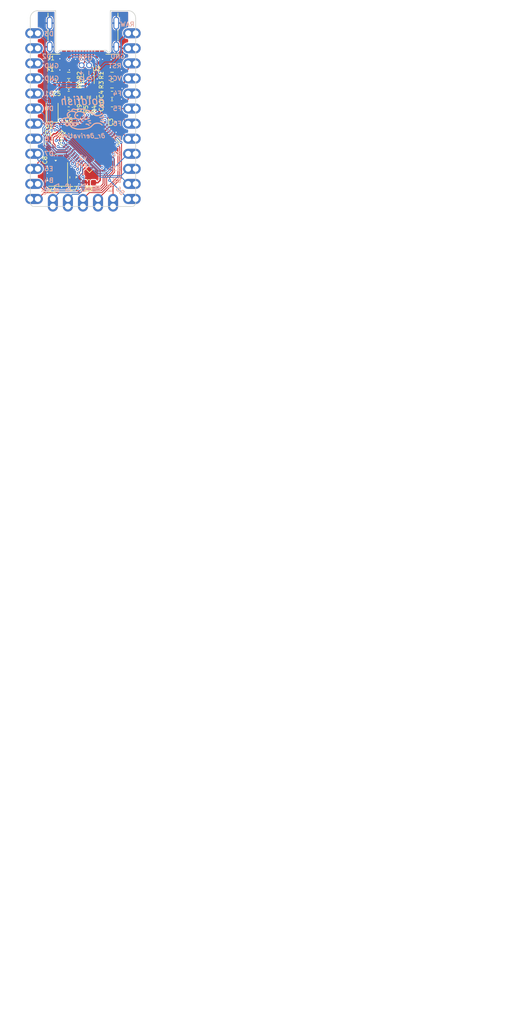
<source format=kicad_pcb>
(kicad_pcb (version 20211014) (generator pcbnew)
  (title_block (title "Goldfish v2") (date "2022-05-24") (rev "0"))
  (layers (0 "F.Cu" signal) (31 "B.Cu" signal) (34 "B.Paste" user) (35 "F.Paste" user) (36 "B.SilkS" user "B.Silkscreen") (37 "F.SilkS" user "F.Silkscreen") (38 "B.Mask" user) (39 "F.Mask" user) (44 "Edge.Cuts" user))
  (net 0 "")
  (net 1 "VCC")
  (net 2 "GND")
  (net 3 "VBUS")
  (net 4 "Net-(C7-Pad1)")
  (net 5 "Net-(C8-Pad1)")
  (net 6 "Net-(C9-Pad1)")
  (net 7 "Net-(C10-Pad1)")
  (net 8 "Net-(J1-PadA5)")
  (net 9 "/D+")
  (net 10 "/D-")
  (net 12 "Net-(J1-PadB5)")
  (net 14 "/RESET")
  (net 15 "/PF4")
  (net 16 "/PF5")
  (net 17 "/PF6")
  (net 18 "/PF7")
  (net 19 "/PB1")
  (net 20 "/PB3")
  (net 21 "/PB2")
  (net 22 "/PB6")
  (net 23 "/PB5")
  (net 24 "/PB4")
  (net 25 "/PE6")
  (net 26 "/PD7")
  (net 27 "/PC6")
  (net 28 "/PD4")
  (net 29 "/PD0")
  (net 30 "/PD1")
  (net 31 "/PD2")
  (net 32 "/PD3")
  (net 33 "/PF0")
  (net 34 "/PF1")
  (net 35 "/PC7")
  (net 36 "/PD5")
  (net 37 "/PB7")
  (net 38 "Net-(R4-Pad1)")
  (net 39 "/PD+")
  (net 42 "/PD-")
  (net 43 "Net-(R5-Pad2)")
  (net 44 "/RAW")
  (footprint "Resistor_SMD:R_0603_1608Metric" (layer "F.Cu") (at 31.8 38.1 90)
    (fp_text reference "R5")
    (fp_text value "22")
  )
  (footprint "Capacitor_SMD:C_0603_1608Metric" (layer "F.Cu") (at 24.2 45.9 -90)
    (fp_text reference "C1")
    (fp_text value "0u1")
  )
  (footprint "Resistor_SMD:R_0603_1608Metric" (layer "F.Cu") (at 27.6 34.4)
    (fp_text reference "R2")
    (fp_text value "5k1")
  )
  (footprint "Diode_SMD:D_PowerDI-123" (layer "F.Cu") (at 24.8 40.1 90)
    (fp_text reference "D1")
    (fp_text value "D_Schottky")
  )
  (footprint "Capacitor_SMD:C_0603_1608Metric" (layer "F.Cu") (at 27.6 37.6 180)
    (fp_text reference "C5")
    (fp_text value "0u1")
  )
  (footprint "Resistor_SMD:R_0603_1608Metric" (layer "F.Cu") (at 34.9 36)
    (fp_text reference "R3")
    (fp_text value "10k")
  )
  (footprint "Crystal:Crystal_SMD_SeikoEpson_FA238-4Pin_3.2x2.5mm" (layer "F.Cu") (at 25.8 51.1 90)
    (fp_text reference "X1")
    (fp_text value "16MHz")
  )
  (footprint "Molex 216990_GCT USB45xx_HRO TYPE-C-31-M-13x:Molex-216990_GCT-USB45xx_HRO-TYPE-C-31-M-13x" (layer "F.Cu") (at 30 23.49 180)
    (fp_text reference "J1")
    (fp_text value "USB_C_Receptacle_USB2.0")
    (fp_line (start -4.02 -6.7) (end 4.02 -6.7) (layer "Edge.Cuts") (width 0.12))
    (fp_line (start 4.62 0) (end 7.62 0) (layer "Edge.Cuts") (width 0.12))
    (fp_line (start 4.62 -6.7) (end 4.62 0) (layer "Edge.Cuts") (width 0.12))
    (fp_line (start -7.62 0) (end -4.62 0) (layer "Edge.Cuts") (width 0.12))
    (fp_line (start -4.62 0) (end -4.62 -6.7) (layer "Edge.Cuts") (width 0.12))
    (fp_arc (start 4.02 -6.7) (mid 4.32 -7) (end 4.62 -6.7) (layer "Edge.Cuts") (width 0.12))
    (fp_arc (start -4.62 -6.7) (mid -4.32 -7) (end -4.02 -6.7) (layer "Edge.Cuts") (width 0.12))
  )
  (footprint "Capacitor_SMD:C_0603_1608Metric" (layer "F.Cu") (at 25.4 48.2)
    (fp_text reference "C8")
    (fp_text value "22p")
  )
  (footprint "Package_DFN_QFN:QFN-44-1EP_7x7mm_P0.5mm_EP5.2x5.2mm" (layer "F.Cu") (at 31.1 45.7 -45)
    (fp_text reference "U1")
    (fp_text value "ATmega32U4-M")
  )
  (footprint "Goldfish Pins:Pins_x12_Castellated" (layer "F.Cu") (at 37.62 27.3)
    (fp_text reference "J3" hide)
    (fp_text value "Conn_01x12" hide)
  )
  (footprint "Capacitor_SMD:C_0603_1608Metric" (layer "F.Cu") (at 28.3 51.6 90)
    (fp_text reference "C7")
    (fp_text value "22p")
  )
  (footprint "Resistor_SMD:R_0603_1608Metric" (layer "F.Cu") (at 27.6 36 180)
    (fp_text reference "R6")
    (fp_text value "10k")
  )
  (footprint "Goldfish Pins:Pins_x05_Castellated" (layer "F.Cu") (at 35.08 55.24 -90)
    (fp_text reference "J5" hide)
    (fp_text value "Conn_01x05" hide)
  )
  (footprint "Fuse:Fuse_0805_2012Metric" (layer "F.Cu") (at 24.8 35.4 -90)
    (fp_text reference "F1")
    (fp_text value "500mA")
  )
  (footprint "Capacitor_SMD:C_0603_1608Metric" (layer "F.Cu") (at 31 52.5 180)
    (fp_text reference "C2")
    (fp_text value "0u1")
  )
  (footprint "Capacitor_SMD:C_0603_1608Metric" (layer "F.Cu") (at 35.8 42.3 90)
    (fp_text reference "C3")
    (fp_text value "0u1")
  )
  (footprint "Goldfish Pins:Pins_x12_Castellated" (layer "F.Cu") (at 22.38 55.24 180)
    (fp_text reference "J4" hide)
    (fp_text value "Conn_01x12" hide)
  )
  (footprint "Capacitor_SMD:C_0603_1608Metric" (layer "F.Cu") (at 34.9 37.6)
    (fp_text reference "C4")
    (fp_text value "0u1")
  )
  (footprint "Capacitor_SMD:C_0603_1608Metric" (layer "F.Cu") (at 27.6 39.2)
    (fp_text reference "C9")
    (fp_text value "1u")
  )
  (footprint "Package_TO_SOT_SMD:SOT-666" (layer "F.Cu") (at 31 35 -90)
    (fp_text reference "U2")
    (fp_text value "USBLC6-2P6")
  )
  (footprint "Capacitor_SMD:C_0603_1608Metric" (layer "F.Cu") (at 27.6 40.8)
    (fp_text reference "C6")
    (fp_text value "4u7")
  )
  (footprint "Resistor_SMD:R_0603_1608Metric" (layer "F.Cu") (at 34.9 34.4)
    (fp_text reference "R1")
    (fp_text value "5k1")
  )
  (footprint "Resistor_SMD:R_0603_1608Metric" (layer "F.Cu") (at 30.2 38.1 -90)
    (fp_text reference "R4")
    (fp_text value "22")
  )
  (footprint "Capacitor_SMD:C_0603_1608Metric" (layer "F.Cu") (at 34.9 39.2 180)
    (fp_text reference "C10")
    (fp_text value "0u1")
  )
  (footprint "Goldfish Pins:Pins_USB" (layer "F.Cu") (at 29.765 32.7 90)
    (fp_text reference "J2" hide)
    (fp_text value "Conn_01x02" hide)
  )
  (footprint "Goldfish Logo:Goldfish Silkscreen" (layer "B.Cu") (at 30 42 180)
    (fp_text reference "G***" hide)
    (fp_text value "LOGO" hide)
  )
  (gr_arc (start 38.89 55.875) (mid 38.704013 56.324013) (end 38.255 56.51) (layer "Edge.Cuts") (width 0.12))
  (gr_arc (start 21.11 24.76) (mid 21.481974 23.861974) (end 22.38 23.49) (layer "Edge.Cuts") (width 0.12))
  (gr_line (start 38.255 56.51) (end 21.745 56.51) (layer "Edge.Cuts") (width 0.12))
  (gr_line (start 38.89 24.76) (end 38.89 55.875) (layer "Edge.Cuts") (width 0.12))
  (gr_arc (start 37.62 23.49) (mid 38.518026 23.861974) (end 38.89 24.76) (layer "Edge.Cuts") (width 0.12))
  (gr_arc (start 21.745 56.51) (mid 21.295987 56.324013) (end 21.11 55.875) (layer "Edge.Cuts") (width 0.12))
  (gr_line (start 21.11 55.875) (end 21.11 24.76) (layer "Edge.Cuts") (width 0.12))
  (gr_text "D+" (at 29.75 33.4 270) (layer "B.SilkS") (effects (font (size 0.75 0.8)) (justify right mirror)))
  (gr_text "USB" (at 30.4 31.5) (layer "B.SilkS") (effects (font (size 0.75 0.8)) (justify mirror)))
  (gr_text "D0" (at 23.396 40) (layer "B.SilkS") (effects (font (size 0.75 0.8)) (justify right mirror)))
  (gr_text "VCC" (at 36.604 34.92) (layer "B.SilkS") (effects (font (size 0.75 0.8)) (justify left mirror)))
  (gr_text "B4" (at 23.396 52.1) (layer "B.SilkS") (effects (font (size 0.75 0.8)) (justify right mirror)))
  (gr_text "F7" (at 36.604 45.08) (layer "B.SilkS") (effects (font (size 0.75 0.8)) (justify left mirror)))
  (gr_text "F6" (at 36.604 42.54) (layer "B.SilkS") (effects (font (size 0.75 0.8)) (justify left mirror)))
  (gr_text "C7" (at 30 54.224 -90) (layer "B.SilkS") (effects (font (size 0.75 0.8)) (justify left mirror)))
  (gr_text "GND" (at 37.2 31.2) (layer "B.SilkS") (effects (font (size 0.75 0.8)) (justify left mirror)))
  (gr_text "B1" (at 36.604 47.62) (layer "B.SilkS") (effects (font (size 0.75 0.8)) (justify left mirror)))
  (gr_text "B5" (at 23.1 54.5 45) (layer "B.SilkS") (effects (font (size 0.75 0.8)) (justify right mirror)))
  (gr_text "GND" (at 23.396 32.8) (layer "B.SilkS") (effects (font (size 0.75 0.8)) (justify right mirror)))
  (gr_text "D3" (at 23.4 27.4) (layer "B.SilkS") (effects (font (size 0.75 0.8)) (justify right mirror)))
  (gr_text "D7" (at 23.396 47.62) (layer "B.SilkS") (effects (font (size 0.75 0.8)) (justify right mirror)))
  (gr_text "∂r_∂erivative" (at 30 44.6) (layer "B.SilkS") (effects (font (size 0.75 0.8) (thickness 0.15) italic) (justify mirror)))
  (gr_text "D4" (at 23.396 42.54) (layer "B.SilkS") (effects (font (size 0.75 0.8)) (justify right mirror)))
  (gr_text "goldfish" (at 30 38.7) (layer "B.SilkS") (effects (font (size 1.4 1.25) (thickness 0.2) italic) (justify mirror)))
  (gr_text "B6" (at 36.9 54.5 -45) (layer "B.SilkS") (effects (font (size 0.75 0.8)) (justify left mirror)))
  (gr_text "RAW" (at 37.5 25.8) (layer "B.SilkS") (effects (font (size 0.75 0.8)) (justify mirror)))
  (gr_text "D1" (at 23.396 37.46) (layer "B.SilkS") (effects (font (size 0.75 0.8)) (justify right mirror)))
  (gr_text "C6" (at 23.396 45.08) (layer "B.SilkS") (effects (font (size 0.75 0.8)) (justify right mirror)))
  (gr_text "RST" (at 36.604 32.8) (layer "B.SilkS") (effects (font (size 0.75 0.8)) (justify left mirror)))
  (gr_text "F4" (at 36.604 37.46) (layer "B.SilkS") (effects (font (size 0.75 0.8)) (justify left mirror)))
  (gr_text "B7" (at 25.5 54.224 -90) (layer "B.SilkS") (effects (font (size 0.75 0.8)) (justify left mirror)))
  (gr_text "F0" (at 34.5 54.224 -90) (layer "B.SilkS") (effects (font (size 0.75 0.8)) (justify left mirror)))
  (gr_text "D2" (at 23 31.2) (layer "B.SilkS") (effects (font (size 0.75 0.8)) (justify right mirror)))
  (gr_text "D-" (at 31.05 33.4 270) (layer "B.SilkS") (effects (font (size 0.75 0.8)) (justify right mirror)))
  (gr_text "B3" (at 36.604 50.16) (layer "B.SilkS") (effects (font (size 0.75 0.8)) (justify left mirror)))
  (gr_text "v2\nrev0" (at 30 48.89) (layer "B.SilkS") (effects (font (size 0.75 0.8)) (justify mirror)))
  (gr_text "GND" (at 23.396 34.92) (layer "B.SilkS") (effects (font (size 0.75 0.8)) (justify right mirror)))
  (gr_text "B2" (at 36.604 52.1) (layer "B.SilkS") (effects (font (size 0.75 0.8)) (justify left mirror)))
  (gr_text "E6" (at 23.396 50.16) (layer "B.SilkS") (effects (font (size 0.75 0.8)) (justify right mirror)))
  (gr_text "F1" (at 32.54 54.224 -90) (layer "B.SilkS") (effects (font (size 0.75 0.8)) (justify left mirror)))
  (gr_text "F5" (at 36.604 40) (layer "B.SilkS") (effects (font (size 0.75 0.8)) (justify left mirror)))
  (gr_text "D5" (at 27.46 54.224 -90) (layer "B.SilkS") (effects (font (size 0.75 0.8)) (justify left mirror)))
  (segment (start 36.124511 43.399511) (end 36.124511 44.275489) (width 0.25) (layer "F.Cu") (net 1))
  (segment (start 31.692202 41.572264) (end 32.1 41.164466) (width 0.25) (layer "F.Cu") (net 1))
  (segment (start 32.045755 49.474182) (end 32.045755 49.487527) (width 0.25) (layer "F.Cu") (net 1))
  (segment (start 26.2 42.8) (end 26.2 43) (width 0.25) (layer "F.Cu") (net 1))
  (segment (start 32.529114 49.970886) (end 32.982739 50.424511) (width 0.25) (layer "F.Cu") (net 1))
  (segment (start 27.679371 46.999309) (end 27.27868 47.4) (width 0.25) (layer "F.Cu") (net 1))
  (segment (start 33.675489 50.424511) (end 33.9 50.2) (width 0.25) (layer "F.Cu") (net 1))
  (segment (start 24.2 45.493573) (end 24.2 45.125) (width 0.25) (layer "F.Cu") (net 1))
  (segment (start 36.54 36) (end 37.62 34.92) (width 0.25) (layer "F.Cu") (net 1))
  (segment (start 32.982739 50.424511) (end 33.675489 50.424511) (width 0.25) (layer "F.Cu") (net 1))
  (segment (start 35.4 45.280062) (end 35.4 45.7) (width 0.25) (layer "F.Cu") (net 1))
  (segment (start 34.125 37.6) (end 35.725 36) (width 0.25) (layer "F.Cu") (net 1))
  (segment (start 26.2 43) (end 26.3 43.1) (width 0.25) (layer "F.Cu") (net 1))
  (segment (start 36.124511 44.275489) (end 35.8 44.6) (width 0.25) (layer "F.Cu") (net 1))
  (segment (start 32.5 52.5) (end 32.9 52.1) (width 0.25) (layer "F.Cu") (net 1))
  (segment (start 33.4 38.325) (end 34.125 37.6) (width 0.25) (layer "F.Cu") (net 1))
  (segment (start 33.4 39.86064) (end 32.1 41.16064) (width 0.25) (layer "F.Cu") (net 1))
  (segment (start 25.074519 44.250481) (end 25.410454 44.250481) (width 0.25) (layer "F.Cu") (net 1))
  (segment (start 35.735534 44.6) (end 35.8 44.6) (width 0.25) (layer "F.Cu") (net 1))
  (segment (start 31.775 52.5) (end 32.5 52.5) (width 0.25) (layer "F.Cu") (net 1))
  (segment (start 24.8 41.4) (end 26.2 42.8) (width 0.25) (layer "F.Cu") (net 1))
  (segment (start 31.692202 41.572264) (end 31.5 41.380062) (width 0.25) (layer "F.Cu") (net 1))
  (segment (start 24.94952 46.74952) (end 24.94952 46.243093) (width 0.25) (layer "F.Cu") (net 1))
  (segment (start 32.045755 49.487527) (end 32.529114 49.970886) (width 0.25) (layer "F.Cu") (net 1))
  (segment (start 24.2 45.125) (end 25.074519 44.250481) (width 0.25) (layer "F.Cu") (net 1))
  (segment (start 35.227736 45.107798) (end 35.735534 44.6) (width 0.25) (layer "F.Cu") (net 1))
  (segment (start 24.94952 46.243093) (end 24.2 45.493573) (width 0.25) (layer "F.Cu") (net 1))
  (segment (start 35.8 43.075) (end 36.124511 43.399511) (width 0.25) (layer "F.Cu") (net 1))
  (segment (start 25.6 47.4) (end 24.94952 46.74952) (width 0.25) (layer "F.Cu") (net 1))
  (segment (start 32.9 52.1) (end 32.9 50.341772) (width 0.25) (layer "F.Cu") (net 1))
  (segment (start 25.410454 44.250481) (end 26.2 43.460936) (width 0.25) (layer "F.Cu") (net 1))
  (segment (start 26.3 43.360935) (end 25.410454 44.250481) (width 0.25) (layer "F.Cu") (net 1))
  (segment (start 31.5 41.380062) (end 31.5 41) (width 0.25) (layer "F.Cu") (net 1))
  (segment (start 35.725 36) (end 36.54 36) (width 0.25) (layer "F.Cu") (net 1))
  (segment (start 35.227736 45.107798) (end 35.4 45.280062) (width 0.25) (layer "F.Cu") (net 1))
  (segment (start 24.8 40.95) (end 24.8 41.4) (width 0.25) (layer "F.Cu") (net 1))
  (segment (start 26.3 43.1) (end 26.3 43.360935) (width 0.25) (layer "F.Cu") (net 1))
  (segment (start 32.1 41.16064) (end 32.1 41.164466) (width 0.25) (layer "F.Cu") (net 1))
  (segment (start 27.27868 47.4) (end 25.6 47.4) (width 0.25) (layer "F.Cu") (net 1))
  (segment (start 33.4 39.86064) (end 33.4 38.325) (width 0.25) (layer "F.Cu") (net 1))
  (segment (start 32.9 50.341772) (end 32.529114 49.970886) (width 0.25) (layer "F.Cu") (net 1))
  (via (at 31.5 41) (size 0.5) (drill 0.2) (layers "F.Cu" "B.Cu") (net 1))
  (via (at 33.9 50.2) (size 0.5) (drill 0.2) (layers "F.Cu" "B.Cu") (net 1))
  (via (at 35.4 45.7) (size 0.5) (drill 0.2) (layers "F.Cu" "B.Cu") (net 1))
  (via (at 26.3 43.1) (size 0.5) (drill 0.2) (layers "F.Cu" "B.Cu") (net 1))
  (segment (start 26.5 43.3) (end 27.9 43.3) (width 0.25) (layer "B.Cu") (net 1))
  (segment (start 35.4 45.7) (end 33.9 47.2) (width 0.25) (layer "B.Cu") (net 1))
  (segment (start 31.5 41.8) (end 35.4 45.7) (width 0.25) (layer "B.Cu") (net 1))
  (segment (start 31.5 41) (end 31.5 41.8) (width 0.25) (layer "B.Cu") (net 1))
  (segment (start 26.5 43.3) (end 30 43.3) (width 0.25) (layer "B.Cu") (net 1))
  (segment (start 30 43.3) (end 31.5 41.8) (width 0.25) (layer "B.Cu") (net 1))
  (segment (start 33.9 49.3) (end 33.9 50.2) (width 0.25) (layer "B.Cu") (net 1))
  (segment (start 33.9 47.2) (end 33.9 50.2) (width 0.25) (layer "B.Cu") (net 1))
  (segment (start 26.3 43.1) (end 26.5 43.3) (width 0.25) (layer "B.Cu") (net 1))
  (segment (start 27.9 43.3) (end 33.9 49.3) (width 0.25) (layer "B.Cu") (net 1))
  (segment (start 24 52.1) (end 24 50.9) (width 0.25) (layer "F.Cu") (net 2))
  (segment (start 35.6 38.4) (end 36.5 38.4) (width 0.25) (layer "F.Cu") (net 2))
  (segment (start 25.4 48.2) (end 25.4 48.8) (width 0.25) (layer "F.Cu") (net 2))
  (segment (start 23.804031 47.795969) (end 24.2 47.4) (width 0.25) (layer "F.Cu") (net 2))
  (segment (start 31 51.8) (end 31 52.5) (width 0.25) (layer "F.Cu") (net 2))
  (segment (start 31.3 35) (end 31 34.7) (width 0.25) (layer "F.Cu") (net 2))
  (segment (start 34.635534 45.7) (end 31.1 45.7) (width 0.25) (layer "F.Cu") (net 2))
  (segment (start 26.825 36.875) (end 26.9 36.8) (width 0.25) (layer "F.Cu") (net 2))
  (segment (start 28.556427 53.3) (end 28.556427 53.299984) (width 0.25) (layer "F.Cu") (net 2))
  (segment (start 28.3 51.5) (end 28.4 51.6) (width 0.25) (layer "F.Cu") (net 2))
  (segment (start 34.125 39.2) (end 34.125 39.700646) (width 0.25) (layer "F.Cu") (net 2))
  (segment (start 34.1 31.1) (end 33.74 30.74) (width 0.25) (layer "F.Cu") (net 2))
  (segment (start 24 53.3) (end 24 52.1) (width 0.25) (layer "F.Cu") (net 2))
  (segment (start 35.8 33.6) (end 36.5 33.6) (width 0.25) (layer "F.Cu") (net 2))
  (segment (start 25.2 53.3) (end 26.4 53.3) (width 0.25) (layer "F.Cu") (net 2))
  (segment (start 24 53.3) (end 25.2 53.3) (width 0.25) (layer "F.Cu") (net 2))
  (segment (start 22.38 32.38) (end 23.48 32.38) (width 0.25) (layer "F.Cu") (net 2))
  (segment (start 35.2 31.1) (end 35.62 30.68) (width 0.25) (layer "F.Cu") (net 2))
  (segment (start 31 34.7) (end 31 34.075) (width 0.25) (layer "F.Cu") (net 2))
  (segment (start 32.4 35) (end 31.3 35) (width 0.25) (layer "F.Cu") (net 2))
  (segment (start 29.156411 52.7) (end 29.3 52.7) (width 0.25) (layer "F.Cu") (net 2))
  (segment (start 35.6 42.2255) (end 35.6 41.725) (width 0.25) (layer "F.Cu") (net 2))
  (segment (start 31.6 51.6) (end 31.2 51.6) (width 0.25) (layer "F.Cu") (net 2))
  (segment (start 28.375 40.8) (end 28.375 42.267893) (width 0.25) (layer "F.Cu") (net 2))
  (segment (start 34.75 31.75) (end 36.5 33.5) (width 0.25) (layer "F.Cu") (net 2))
  (segment (start 24.2 51.1) (end 24 50.9) (width 0.25) (layer "F.Cu") (net 2))
  (segment (start 24.38 29.59) (end 24.38 30.38) (width 0.25) (layer "F.Cu") (net 2))
  (segment (start 28.3 50.2) (end 28 49.9) (width 0.25) (layer "F.Cu") (net 2))
  (segment (start 36.5 33.5) (end 36.5 33.6) (width 0.25) (layer "F.Cu") (net 2))
  (segment (start 26.775 33.675) (end 26.8 33.65) (width 0.25) (layer "F.Cu") (net 2))
  (segment (start 35.725 33.675) (end 35.8 33.6) (width 0.25) (layer "F.Cu") (net 2))
  (segment (start 26.4 53.3) (end 27.6 53.3) (width 0.25) (layer "F.Cu") (net 2))
  (segment (start 26.8 35.2) (end 28.3 35.2) (width 0.25) (layer "F.Cu") (net 2))
  (segment (start 28.4 51.6) (end 28.9 51.6) (width 0.25) (layer "F.Cu") (net 2))
  (segment (start 27.7 33.5) (end 26.95 33.5) (width 0.25) (layer "F.Cu") (net 2))
  (segment (start 33.2 31.6) (end 33.3 31.7) (width 0.25) (layer "F.Cu") (net 2))
  (segment (start 33.74 30.74) (end 33.2 30.74) (width 0.25) (layer "F.Cu") (net 2))
  (segment (start 29.3 51.9) (end 28.95 51.55) (width 0.25) (layer "F.Cu") (net 2))
  (segment (start 34.125 39.2) (end 34.125 38.475) (width 0.25) (layer "F.Cu") (net 2))
  (segment (start 26.16 30.74) (end 26.8 30.74) (width 0.25) (layer "F.Cu") (net 2))
  (segment (start 26.825 37.6) (end 26.825 36.875) (width 0.25) (layer "F.Cu") (net 2))
  (segment (start 35.62 29.59) (end 36.49 29.59) (width 0.25) (layer "F.Cu") (net 2))
  (segment (start 25.9 31) (end 26.16 30.74) (width 0.25) (layer "F.Cu") (net 2))
  (segment (start 31.692202 49.827736) (end 32.3 50.435534) (width 0.25) (layer "F.Cu") (net 2))
  (segment (start 31.2 51.6) (end 31 51.8) (width 0.25) (layer "F.Cu") (net 2))
  (segment (start 24 48.9) (end 24 49.7) (width 0.25) (layer "F.Cu") (net 2))
  (segment (start 23.7 34.2) (end 23.7 34.7) (width 0.25) (layer "F.Cu") (net 2))
  (segment (start 23.48 32.38) (end 23.7 32.6) (width 0.25) (layer "F.Cu") (net 2))
  (segment (start 35.6 41.725) (end 35.8 41.525) (width 0.25) (layer "F.Cu") (net 2))
  (segment (start 26.9 36.8) (end 28.4 36.8) (width 0.25) (layer "F.Cu") (net 2))
  (segment (start 23.804031 48.495969) (end 23.804031 47.795969) (width 0.25) (layer "F.Cu") (net 2))
  (segment (start 28.032924 47.352862) (end 29.685786 45.7) (width 0.25) (layer "F.Cu") (net 2))
  (segment (start 24.38 29.59) (end 24.38 30.68) (width 0.25) (layer "F.Cu") (net 2))
  (segment (start 29.5 52.5) (end 29.3 52.7) (width 0.25) (layer "F.Cu") (net 2))
  (segment (start 28.375 38.475) (end 28.3 38.4) (width 0.25) (layer "F.Cu") (net 2))
  (segment (start 34.874182 44.754245) (end 35.6 44.028427) (width 0.25) (layer "F.Cu") (net 2))
  (segment (start 28.556427 53.299984) (end 29.156411 52.7) (width 0.25) (layer "F.Cu") (net 2))
  (segment (start 25.4 48.2) (end 25.4 47.793573) (width 0.25) (layer "F.Cu") (net 2))
  (segment (start 31.1 42.871573) (end 31.1 45.7) (width 0.25) (layer "F.Cu") (net 2))
  (segment (start 23.7 32.6) (end 23.7 34.2) (width 0.25) (layer "F.Cu") (net 2))
  (segment (start 34.2 38.4) (end 34.9 38.4) (width 0.25) (layer "F.Cu") (net 2))
  (segment (start 35.725 34.4) (end 35.725 33.675) (width 0.25) (layer "F.Cu") (net 2))
  (segment (start 32.3 50.9) (end 31.6 51.6) (width 0.25) (layer "F.Cu") (net 2))
  (segment (start 28.4 36.8) (end 28.425 36.775) (width 0.25) (layer "F.Cu") (net 2))
  (segment (start 28.032924 47.352862) (end 27.185786 48.2) (width 0.25) (layer "F.Cu") (net 2))
  (segment (start 26.6 51.1) (end 24.9 51.1) (width 0.25) (layer "F.Cu") (net 2))
  (segment (start 28.3 38.4) (end 26.9 38.4) (width 0.25) (layer "F.Cu") (net 2))
  (segment (start 36.5 29.6) (end 36.5 29.85) (width 0.25) (layer "F.Cu") (net 2))
  (segment (start 28.425 36.775) (end 28.425 36) (width 0.25) (layer "F.Cu") (net 2))
  (segment (start 34.874182 44.754245) (end 33.928427 45.7) (width 0.25) (layer "F.Cu") (net 2))
  (segment (start 24.9 51.1) (end 25 51.2) (width 0.25) (layer "F.Cu") (net 2))
  (segment (start 27.185786 48.2) (end 26.175 48.2) (width 0.25) (layer "F.Cu") (net 2))
  (segment (start 33.928427 45.7) (end 31.1 45.7) (width 0.25) (layer "F.Cu") (net 2))
  (segment (start 29.093585 42.986478) (end 31.1 44.992893) (width 0.25) (layer "F.Cu") (net 2))
  (segment (start 26.775 34.4) (end 26.775 35.175) (width 0.25) (layer "F.Cu") (net 2))
  (segment (start 35.7 38.3) (end 35.7 37.625) (width 0.25) (layer "F.Cu") (net 2))
  (segment (start 24 50.9) (end 24 49.7) (width 0.25) (layer "F.Cu") (net 2))
  (segment (start 26.9 38.4) (end 26.825 38.325) (width 0.25) (layer "F.Cu") (net 2))
  (segment (start 35.62 30.68) (end 35.62 29.59) (width 0.25) (layer "F.Cu") (net 2))
  (segment (start 23.62 32.38) (end 22.38 32.38) (width 0.25) (layer "F.Cu") (net 2))
  (segment (start 36.5 29.85) (end 37.61 29.85) (width 0.25) (layer "F.Cu") (net 2))
  (segment (start 28.3 35.2) (end 28.425 35.325) (width 0.25) (layer "F.Cu") (net 2))
  (segment (start 22.38 34.92) (end 23.48 34.92) (width 0.25) (layer "F.Cu") (net 2))
  (segment (start 29.3 52.2) (end 29.3 51.9) (width 0.25) (layer "F.Cu") (net 2))
  (segment (start 23.7 48.6) (end 23.804031 48.495969) (width 0.25) (layer "F.Cu") (net 2))
  (segment (start 31.692202 49.827736) (end 31.1 49.235534) (width 0.25) (layer "F.Cu") (net 2))
  (segment (start 28.375 42.267893) (end 29.093585 42.986478) (width 0.25) (layer "F.Cu") (net 2))
  (segment (start 35.7 37.625) (end 35.675 37.6) (width 0.25) (layer "F.Cu") (net 2))
  (segment (start 34.1 31.1) (end 35.2 31.1) (width 0.25) (layer "F.Cu") (net 2))
  (segment (start 23.7 48.6) (end 24 48.9) (width 0.25) (layer "F.Cu") (net 2))
  (segment (start 34.1 31.1) (end 34.75 31.75) (width 0.25) (layer "F.Cu") (net 2))
  (segment (start 31.1 49.235534) (end 31.1 45.7) (width 0.25) (layer "F.Cu") (net 2))
  (segment (start 35.6 44.028427) (end 35.6 44) (width 0.25) (layer "F.Cu") (net 2))
  (segment (start 24.9 51.1) (end 24.2 51.1) (width 0.25) (layer "F.Cu") (net 2))
  (segment (start 31.1 44.992893) (end 31.1 45.7) (width 0.25) (layer "F.Cu") (net 2))
  (segment (start 25.006427 47.4) (end 24.2 47.4) (width 0.25) (layer "F.Cu") (net 2))
  (segment (start 24.2 47.4) (end 24.2 46.675) (width 0.25) (layer "F.Cu") (net 2))
  (segment (start 23.48 34.92) (end 23.7 34.7) (width 0.25) (layer "F.Cu") (net 2))
  (segment (start 24.38 31.62) (end 23.62 32.38) (width 0.25) (layer "F.Cu") (net 2))
  (segment (start 29.685786 45.7) (end 31.1 45.7) (width 0.25) (layer "F.Cu") (net 2))
  (segment (start 26.775 35.175) (end 26.8 35.2) (width 0.25) (layer "F.Cu") (net 2))
  (segment (start 33.2 30.74) (end 33.2 31.6) (width 0.25) (layer "F.Cu") (net 2))
  (segment (start 27.7 33.5) (end 27.6 33.6) (width 0.25) (layer "F.Cu") (net 2))
  (segment (start 31 52.5) (end 30.225 52.5) (width 0.25) (layer "F.Cu") (net 2))
  (segment (start 28.375 39.2) (end 28.375 38.475) (width 0.25) (layer "F.Cu") (net 2))
  (segment (start 32.435787 41.535787) (end 32.045755 41.925818) (width 0.25) (layer "F.Cu") (net 2))
  (segment (start 24.38 30.68) (end 24.38 31.62) (width 0.25) (layer "F.Cu") (net 2))
  (segment (start 25 51.2) (end 25 52.2) (width 0.25) (layer "F.Cu") (net 2))
  (segment (start 28.3 50.825) (end 28.3 50.2) (width 0.25) (layer "F.Cu") (net 2))
  (segment (start 28.425 35.325) (end 28.425 36) (width 0.25) (layer "F.Cu") (net 2))
  (segment (start 26.95 33.5) (end 26.775 33.675) (width 0.25) (layer "F.Cu") (net 2))
  (segment (start 25.4 47.793573) (end 25.006427 47.4) (width 0.25) (layer "F.Cu") (net 2))
  (segment (start 26.175 48.2) (end 25.4 48.2) (width 0.25) (layer "F.Cu") (net 2))
  (segment (start 29.3 52.2) (end 29.3 52.7) (width 0.25) (layer "F.Cu") (net 2))
  (segment (start 32.045755 41.925818) (end 31.1 42.871573) (width 0.25) (layer "F.Cu") (net 2))
  (segment (start 32.435787 41.389859) (end 32.435787 41.535787) (width 0.25) (layer "F.Cu") (net 2))
  (segment (start 24.38 30.68) (end 24.7 31) (width 0.25) (layer "F.Cu") (net 2))
  (segment (start 28.3 50.825) (end 28.3 51.5) (width 0.25) (layer "F.Cu") (net 2))
  (segment (start 26.6 50) (end 26.6 51.1) (width 0.25) (layer "F.Cu") (net 2))
  (segment (start 28.375 40.8) (end 28.375 39.2) (width 0.25) (layer "F.Cu") (net 2))
  (segment (start 28.9 51.6) (end 28.95 51.55) (width 0.25) (layer "F.Cu") (net 2))
  (segment (start 36.49 29.59) (end 36.5 29.6) (width 0.25) (layer "F.Cu") (net 2))
  (segment (start 37.61 29.85) (end 37.62 29.84) (width 0.25) (layer "F.Cu") (net 2))
  (segment (start 34.125 38.475) (end 34.2 38.4) (width 0.25) (layer "F.Cu") (net 2))
  (segment (start 35.6 38.4) (end 35.7 38.3) (width 0.25) (layer "F.Cu") (net 2))
  (segment (start 34.9 38.4) (end 35.6 38.4) (width 0.25) (layer "F.Cu") (net 2))
  (segment (start 35.227736 46.292202) (end 34.635534 45.7) (width 0.25) (layer "F.Cu") (net 2))
  (segment (start 27.6 33.6) (end 27.6 35.2) (width 0.25) (layer "F.Cu") (net 2))
  (segment (start 26.825 38.325) (end 26.825 37.6) (width 0.25) (layer "F.Cu") (net 2))
  (segment (start 27.6 53.3) (end 28.556427 53.3) (width 0.25) (layer "F.Cu") (net 2))
  (segment (start 30.225 52.5) (end 29.5 52.5) (width 0.25) (layer "F.Cu") (net 2))
  (segment (start 34.125 39.700646) (end 32.435787 41.389859) (width 0.25) (layer "F.Cu") (net 2))
  (segment (start 24.7 31) (end 25.9 31) (width 0.25) (layer "F.Cu") (net 2))
  (segment (start 26.775 34.4) (end 26.775 33.675) (width 0.25) (layer "F.Cu") (net 2))
  (segment (start 32.3 50.435534) (end 32.3 50.9) (width 0.25) (layer "F.Cu") (net 2))
  (segment (start 26.8 33.65) (end 26.8 30.74) (width 0.25) (layer "F.Cu") (net 2))
  (via (at 26.1 33.5) (size 0.5) (drill 0.2) (layers "F.Cu" "B.Cu") (net 2))
  (via (at 26.4 53.3) (size 0.5) (drill 0.2) (layers "F.Cu" "B.Cu") (net 2))
  (via (at 24 52.1) (size 0.5) (drill 0.2) (layers "F.Cu" "B.Cu") (net 2))
  (via (at 24 50.9) (size 0.5) (drill 0.2) (layers "F.Cu" "B.Cu") (net 2))
  (via (at 26.1 31.6) (size 0.5) (drill 0.2) (layers "F.Cu" "B.Cu") (net 2))
  (via (at 34.6 33.1) (size 0.5) (drill 0.2) (layers "F.Cu" "B.Cu") (net 2))
  (via (at 24.3 33.5) (size 0.5) (drill 0.2) (layers "F.Cu" "B.Cu") (net 2))
  (via (at 29.2 40.1) (size 0.5) (drill 0.2) (layers "F.Cu" "B.Cu") (net 2))
  (via (at 35.6 44) (size 0.5) (drill 0.2) (layers "F.Cu" "B.Cu") (net 2))
  (via (at 24 53.3) (size 0.5) (drill 0.2) (layers "F.Cu" "B.Cu") (net 2))
  (via (at 24 49.7) (size 0.5) (drill 0.2) (layers "F.Cu" "B.Cu") (net 2))
  (via (at 27.7 33.5) (size 0.5) (drill 0.2) (layers "F.Cu" "B.Cu") (net 2))
  (via (at 28.75 31.7) (size 0.5) (drill 0.2) (layers "F.Cu" "B.Cu") (net 2))
  (via (at 36.6 36.6) (size 0.5) (drill 0.2) (layers "F.Cu" "B.Cu") (net 2))
  (via (at 23.7 48.6) (size 0.5) (drill 0.2) (layers "F.Cu" "B.Cu") (net 2))
  (via (at 33.3 31.7) (size 0.5) (drill 0.2) (layers "F.Cu" "B.Cu") (net 2))
  (via (at 34.75 31.75) (size 0.5) (drill 0.2) (layers "F.Cu" "B.Cu") (net 2))
  (via (at 28.95 51.55) (size 0.5) (drill 0.2) (layers "F.Cu" "B.Cu") (net 2))
  (via (at 29.3 38.6) (size 0.5) (drill 0.2) (layers "F.Cu" "B.Cu") (net 2))
  (via (at 25.2 53.3) (size 0.5) (drill 0.2) (layers "F.Cu" "B.Cu") (net 2))
  (via (at 33 33.9) (size 0.5) (drill 0.2) (layers "F.Cu" "B.Cu") (net 2))
  (via (at 34.9 38.4) (size 0.5) (drill 0.2) (layers "F.Cu" "B.Cu") (net 2))
  (via (at 28 49.9) (size 0.5) (drill 0.2) (layers "F.Cu" "B.Cu") (net 2))
  (via (at 27.6 35.2) (size 0.5) (drill 0.2) (layers "F.Cu" "B.Cu") (net 2))
  (via (at 32.4 35) (size 0.5) (drill 0.2) (layers "F.Cu" "B.Cu") (net 2))
  (via (at 36.5 33.6) (size 0.5) (drill 0.2) (layers "F.Cu" "B.Cu") (net 2))
  (via (at 27.6 53.3) (size 0.5) (drill 0.2) (layers "F.Cu" "B.Cu") (net 2))
  (via (at 35.6 42.2255) (size 0.5) (drill 0.2) (layers "F.Cu" "B.Cu") (net 2))
  (via (at 27.6 36.8) (size 0.5) (drill 0.2) (layers "F.Cu" "B.Cu") (net 2))
  (via (at 37 31.1) (size 0.5) (drill 0.2) (layers "F.Cu" "B.Cu") (net 2))
  (via (at 24.38 31.62) (size 0.5) (drill 0.2) (layers "F.Cu" "B.Cu") (net 2))
  (via (at 25.4 48.8) (size 0.5) (drill 0.2) (layers "F.Cu" "B.Cu") (net 2))
  (via (at 27.6 38.4) (size 0.5) (drill 0.2) (layers "F.Cu" "B.Cu") (net 2))
  (via (at 36.5 38.4) (size 0.5) (drill 0.2) (layers "F.Cu" "B.Cu") (net 2))
  (via (at 29.3 52.7) (size 0.5) (drill 0.2) (layers "F.Cu" "B.Cu") (net 2))
  (segment (start 35.6 44) (end 35.6 42.2255) (width 0.25) (layer "B.Cu") (net 2))
  (segment (start 27.7 33.5) (end 27.3 33.5) (width 0.25) (layer "B.Cu") (net 2))
  (segment (start 27.6 38.4) (end 27.6 36.8) (width 0.25) (layer "B.Cu") (net 2))
  (segment (start 27.6 33.9) (end 27.6 35.2) (width 0.25) (layer "B.Cu") (net 2))
  (segment (start 35.6 39.3) (end 35.6 42.2255) (width 0.25) (layer "B.Cu") (net 2))
  (segment (start 32.4 35) (end 32.4 35.9) (width 0.25) (layer "B.Cu") (net 2))
  (segment (start 26.7 31.7) (end 27.7 30.7) (width 0.25) (layer "B.Cu") (net 2))
  (segment (start 35.62 29.59) (end 35.62 25.59) (width 0.25) (layer "B.Cu") (net 2))
  (segment (start 36.5 38.4) (end 35.6 39.3) (width 0.25) (layer "B.Cu") (net 2))
  (segment (start 32.4 35) (end 30.6 36.8) (width 0.25) (layer "B.Cu") (net 2))
  (segment (start 27.3 33.5) (end 26.7 32.9) (width 0.25) (layer "B.Cu") (net 2))
  (segment (start 32.4 35.9) (end 34.9 38.4) (width 0.25) (layer "B.Cu") (net 2))
  (segment (start 27.6 33.5) (end 27.7 33.5) (width 0.25) (layer "B.Cu") (net 2))
  (segment (start 35.6 39.1) (end 35.6 39.3) (width 0.25) (layer "B.Cu") (net 2))
  (segment (start 30.6 36.8) (end 27.6 36.8) (width 0.25) (layer "B.Cu") (net 2))
  (segment (start 27.6 33.5) (end 27.6 33.9) (width 0.25) (layer "B.Cu") (net 2))
  (segment (start 27.6 33.5) (end 27.3 33.5) (width 0.25) (layer "B.Cu") (net 2))
  (segment (start 35.6 39.3) (end 35.6 34.5) (width 0.25) (layer "B.Cu") (net 2))
  (segment (start 27.7 30.7) (end 32.3 30.7) (width 0.25) (layer "B.Cu") (net 2))
  (segment (start 35.6 34.5) (end 36.5 33.6) (width 0.25) (layer "B.Cu") (net 2))
  (segment (start 27.7 33.5) (end 27.6 33.6) (width 0.25) (layer "B.Cu") (net 2))
  (segment (start 34.9 38.4) (end 35.6 39.1) (width 0.25) (layer "B.Cu") (net 2))
  (segment (start 32.3 30.7) (end 33.3 31.7) (width 0.25) (layer "B.Cu") (net 2))
  (segment (start 24.38 29.59) (end 24.38 25.59) (width 0.25) (layer "B.Cu") (net 2))
  (segment (start 27.6 33.6) (end 27.6 33.9) (width 0.25) (layer "B.Cu") (net 2))
  (segment (start 26.7 32.9) (end 26.7 31.7) (width 0.25) (layer "B.Cu") (net 2))
  (segment (start 27.6 36.8) (end 29.8 36.8) (width 0.25) (layer "B.Cu") (net 2))
  (segment (start 29.4 35.6) (end 30 35) (width 0.25) (layer "F.Cu") (net 3))
  (segment (start 32.4 31.7) (end 32.4 30.74) (width 0.25) (layer "F.Cu") (net 3))
  (segment (start 30.154245 41.925818) (end 29.790708 41.562281) (width 0.25) (layer "F.Cu") (net 3))
  (segment (start 30.5 35) (end 30.7 35) (width 0.25) (layer "F.Cu") (net 3))
  (segment (start 24.8 35.4) (end 24.8 34.4625) (width 0.25) (layer "F.Cu") (net 3))
  (segment (start 26 36.775) (end 26.775 36) (width 0.25) (layer "F.Cu") (net 3))
  (segment (start 26.825 40.8) (end 26.825 42.132107) (width 0.25) (layer "F.Cu") (net 3))
  (segment (start 31.059154 40.540846) (end 31.7 39.9) (width 0.25) (layer "F.Cu") (net 3))
  (segment (start 32.2 38.1) (end 29.5 38.1) (width 0.25) (layer "F.Cu") (net 3))
  (segment (start 29.1 36.225978) (end 29.1 37.7) (width 0.25) (layer "F.Cu") (net 3))
  (segment (start 30.7 35) (end 31 35.3) (width 0.25) (layer "F.Cu") (net 3))
  (segment (start 29.1 37.7) (end 29.5 38.1) (width 0.25) (layer "F.Cu") (net 3))
  (segment (start 29.790708 41.562281) (end 29.790708 41.140984) (width 0.25) (layer "F.Cu") (net 3))
  (segment (start 30.5 35) (end 30.325978 35) (width 0.25) (layer "F.Cu") (net 3))
  (segment (start 29.790708 41.140984) (end 30.390846 40.540846) (width 0.25) (layer "F.Cu") (net 3))
  (segment (start 32.6 38.5) (end 32.2 38.1) (width 0.25) (layer "F.Cu") (net 3))
  (segment (start 26 36.775) (end 26 36) (width 0.25) (layer "F.Cu") (net 3))
  (segment (start 25.4 35.4) (end 25.77452 35.77452) (width 0.25) (layer "F.Cu") (net 3))
  (segment (start 30.390846 40.540846) (end 31.059154 40.540846) (width 0.25) (layer "F.Cu") (net 3))
  (segment (start 30 35) (end 30.325978 35) (width 0.25) (layer "F.Cu") (net 3))
  (segment (start 29.1 35.9) (end 29.1 36.225978) (width 0.25) (layer "F.Cu") (net 3))
  (segment (start 31.7 39.9) (end 32.2 39.9) (width 0.25) (layer "F.Cu") (net 3))
  (segment (start 29 37.6) (end 29.5 38.1) (width 0.25) (layer "F.Cu") (net 3))
  (segment (start 26 39.975) (end 26 36.775) (width 0.25) (layer "F.Cu") (net 3))
  (segment (start 31 35.3) (end 31 35.925) (width 0.25) (layer "F.Cu") (net 3))
  (segment (start 32.6 39.5) (end 32.6 38.5) (width 0.25) (layer "F.Cu") (net 3))
  (segment (start 25.4 35.4) (end 24.8 35.4) (width 0.25) (layer "F.Cu") (net 3))
  (segment (start 26 36) (end 25.77452 35.77452) (width 0.25) (layer "F.Cu") (net 3))
  (segment (start 27.6 30.74) (end 27.6 31.7) (width 0.25) (layer "F.Cu") (net 3))
  (segment (start 28.375 37.6) (end 29 37.6) (width 0.25) (layer "F.Cu") (net 3))
  (segment (start 28.386478 43.693585) (end 27.025 42.332107) (width 0.25) (layer "F.Cu") (net 3))
  (segment (start 29.4 35.6) (end 29.1 35.9) (width 0.25) (layer "F.Cu") (net 3))
  (segment (start 26.825 40.8) (end 26 39.975) (width 0.25) (layer "F.Cu") (net 3))
  (segment (start 32.2 39.9) (end 32.6 39.5) (width 0.25) (layer "F.Cu") (net 3))
  (segment (start 26.825 42.132107) (end 27.025 42.332107) (width 0.25) (layer "F.Cu") (net 3))
  (via (at 24.8 35.4) (size 0.5) (drill 0.2) (layers "F.Cu" "B.Cu") (net 3))
  (via (at 32.4 31.7) (size 0.5) (drill 0.2) (layers "F.Cu" "B.Cu") (net 3))
  (via (at 29.4 35.6) (size 0.5) (drill 0.2) (layers "F.Cu" "B.Cu") (net 3))
  (via (at 27.6 31.7) (size 0.5) (drill 0.2) (layers "F.Cu" "B.Cu") (net 3))
  (segment (start 32 34) (end 30.4 35.6) (width 0.25) (layer "B.Cu") (net 3))
  (segment (start 32.4 33.1) (end 32 33.5) (width 0.25) (layer "B.Cu") (net 3))
  (segment (start 31.8 31.1) (end 28.2 31.1) (width 0.25) (layer "B.Cu") (net 3))
  (segment (start 29.19952 35.80048) (end 25.20048 35.80048) (width 0.25) (layer "B.Cu") (net 3))
  (segment (start 32 33.5) (end 32 34) (width 0.25) (layer "B.Cu") (net 3))
  (segment (start 28.2 31.1) (end 27.6 31.7) (width 0.25) (layer "B.Cu") (net 3))
  (segment (start 30.4 35.6) (end 29.4 35.6) (width 0.25) (layer "B.Cu") (net 3))
  (segment (start 32.4 31.7) (end 31.8 31.1) (width 0.25) (layer "B.Cu") (net 3))
  (segment (start 29.4 35.6) (end 29.19952 35.80048) (width 0.25) (layer "B.Cu") (net 3))
  (segment (start 25.20048 35.80048) (end 24.8 35.4) (width 0.25) (layer "B.Cu") (net 3))
  (segment (start 32.4 31.7) (end 32.4 33.1) (width 0.25) (layer "B.Cu") (net 3))
  (segment (start 27.5 49.3) (end 28.740031 48.059969) (width 0.15) (layer "F.Cu") (net 4))
  (segment (start 27.5 51.2) (end 27.5 49.3) (width 0.15) (layer "F.Cu") (net 4))
  (segment (start 26.775 52.375) (end 26.6 52.2) (width 0.15) (layer "F.Cu") (net 4))
  (segment (start 26.6 52.2) (end 26.6 52.1) (width 0.15) (layer "F.Cu") (net 4))
  (segment (start 28.3 52.375) (end 26.775 52.375) (width 0.15) (layer "F.Cu") (net 4))
  (segment (start 26.6 52.1) (end 27.5 51.2) (width 0.15) (layer "F.Cu") (net 4))
  (segment (start 25 50) (end 25 49.9) (width 0.15) (layer "F.Cu") (net 5))
  (segment (start 24.625 49.625) (end 25 50) (width 0.15) (layer "F.Cu") (net 5))
  (segment (start 24.625 48.2) (end 24.625 49.625) (width 0.15) (layer "F.Cu") (net 5))
  (segment (start 25 49.9) (end 25.9 49) (width 0.15) (layer "F.Cu") (net 5))
  (segment (start 27.092893 49) (end 28.386478 47.706415) (width 0.15) (layer "F.Cu") (net 5))
  (segment (start 25.9 49) (end 27.092893 49) (width 0.15) (layer "F.Cu") (net 5))
  (segment (start 28.740031 43.340031) (end 27.6 42.2) (width 0.15) (layer "F.Cu") (net 6))
  (segment (start 27.6 40.464283) (end 26.825 39.689283) (width 0.15) (layer "F.Cu") (net 6))
  (segment (start 26.825 39.689283) (end 26.825 39.2) (width 0.15) (layer "F.Cu") (net 6))
  (segment (start 27.6 42.2) (end 27.6 40.464283) (width 0.15) (layer "F.Cu") (net 6))
  (segment (start 34.609969 39.909971) (end 35.319939 39.2) (width 0.15) (layer "F.Cu") (net 7))
  (segment (start 35.319939 39.2) (end 35.675 39.2) (width 0.15) (layer "F.Cu") (net 7))
  (segment (start 34.409971 39.909971) (end 34.609969 39.909971) (width 0.15) (layer "F.Cu") (net 7))
  (segment (start 32.859971 41.818709) (end 32.859971 41.459971) (width 0.15) (layer "F.Cu") (net 7))
  (segment (start 32.399309 42.279371) (end 32.859971 41.818709) (width 0.15) (layer "F.Cu") (net 7))
  (segment (start 32.859971 41.459971) (end 34.409971 39.909971) (width 0.15) (layer "F.Cu") (net 7))
  (segment (start 31.25 31.55) (end 32.5 32.8) (width 0.15) (layer "F.Cu") (net 8))
  (segment (start 32.5 34.1) (end 32.8 34.4) (width 0.15) (layer "F.Cu") (net 8))
  (segment (start 32.8 34.4) (end 34.075 34.4) (width 0.15) (layer "F.Cu") (net 8))
  (segment (start 32.5 32.8) (end 32.5 34.1) (width 0.15) (layer "F.Cu") (net 8))
  (segment (start 31.25 30.74) (end 31.25 31.55) (width 0.15) (layer "F.Cu") (net 8))
  (segment (start 30.4625 33.3975) (end 29.765 32.7) (width 0.15) (layer "F.Cu") (net 9))
  (segment (start 29.25 32.185) (end 29.765 32.7) (width 0.15) (layer "F.Cu") (net 9))
  (segment (start 29.25 30.74) (end 29.25 32.185) (width 0.15) (layer "F.Cu") (net 9))
  (segment (start 30.4625 34.15) (end 30.4625 33.3975) (width 0.15) (layer "F.Cu") (net 9))
  (segment (start 30.25 32.215) (end 29.765 32.7) (width 0.15) (layer "F.Cu") (net 9))
  (segment (start 30.25 30.74) (end 30.25 32.215) (width 0.15) (layer "F.Cu") (net 9))
  (segment (start 31.5375 34.15) (end 31.5375 33.2025) (width 0.15) (layer "F.Cu") (net 10))
  (segment (start 30.75 30.74) (end 30.75 31.75) (width 0.15) (layer "F.Cu") (net 10))
  (segment (start 31.5375 33.2025) (end 31.035 32.7) (width 0.15) (layer "F.Cu") (net 10))
  (segment (start 29.75 30.74) (end 29.75 31.7) (width 0.15) (layer "F.Cu") (net 10))
  (segment (start 30.75 31.75) (end 31.035 32.035) (width 0.15) (layer "F.Cu") (net 10))
  (segment (start 31.035 32.035) (end 31.035 32.7) (width 0.15) (layer "F.Cu") (net 10))
  (via (at 29.75 31.7) (size 0.5) (drill 0.2) (layers "F.Cu" "B.Cu") (net 10))
  (segment (start 30.035 31.7) (end 31.035 32.7) (width 0.15) (layer "B.Cu") (net 10))
  (segment (start 29.75 31.7) (end 30.035 31.7) (width 0.15) (layer "B.Cu") (net 10))
  (segment (start 28.25 33.55) (end 28.425 33.725) (width 0.15) (layer "F.Cu") (net 12))
  (segment (start 28.425 33.725) (end 28.425 34.4) (width 0.15) (layer "F.Cu") (net 12))
  (segment (start 28.25 30.74) (end 28.25 33.55) (width 0.15) (layer "F.Cu") (net 12))
  (segment (start 26.8 42.9) (end 26.8 43.355232) (width 0.15) (layer "F.Cu") (net 14))
  (segment (start 33 37.1) (end 34.075 36.025) (width 0.15) (layer "F.Cu") (net 14))
  (segment (start 26.971573 47) (end 25.7 47) (width 0.15) (layer "F.Cu") (net 14))
  (segment (start 34.875 35.2) (end 36 35.2) (width 0.15) (layer "F.Cu") (net 14))
  (segment (start 25 45.799277) (end 25.299039 46.098316) (width 0.15) (layer "F.Cu") (net 14))
  (segment (start 25.30345 44.625489) (end 25 44.928939) (width 0.15) (layer "F.Cu") (net 14))
  (segment (start 34.075 36) (end 34.875 35.2) (width 0.15) (layer "F.Cu") (net 14))
  (segment (start 37.62 33.400411) (end 37.62 32.38) (width 0.15) (layer "F.Cu") (net 14))
  (segment (start 25.299039 46.6) (end 25.299039 46.098316) (width 0.15) (layer "F.Cu") (net 14))
  (segment (start 33 39.7) (end 33 37.1) (width 0.15) (layer "F.Cu") (net 14))
  (segment (start 26.8 43.355232) (end 25.529742 44.625489) (width 0.15) (layer "F.Cu") (net 14))
  (segment (start 26.2 42) (end 26.2 42.3) (width 0.15) (layer "F.Cu") (net 14))
  (segment (start 36.100361 35.1) (end 36.4 34.800361) (width 0.15) (layer "F.Cu") (net 14))
  (segment (start 34.075 36.025) (end 34.075 36) (width 0.15) (layer "F.Cu") (net 14))
  (segment (start 26.2 42.3) (end 26.8 42.9) (width 0.15) (layer "F.Cu") (net 14))
  (segment (start 27.325818 46.645755) (end 26.971573 47) (width 0.15) (layer "F.Cu") (net 14))
  (segment (start 25.299039 46.098316) (end 25.000361 45.799638) (width 0.15) (layer "F.Cu") (net 14))
  (segment (start 25 44.928939) (end 25 45.799277) (width 0.15) (layer "F.Cu") (net 14))
  (segment (start 32.207176 40.492824) (end 33 39.7) (width 0.15) (layer "F.Cu") (net 14))
  (segment (start 36.1 35.1) (end 36.100361 35.1) (width 0.15) (layer "F.Cu") (net 14))
  (segment (start 36.4 34.620411) (end 37.62 33.400411) (width 0.15) (layer "F.Cu") (net 14))
  (segment (start 25.529742 44.625489) (end 25.30345 44.625489) (width 0.15) (layer "F.Cu") (net 14))
  (segment (start 36.4 34.800361) (end 36.4 34.620411) (width 0.15) (layer "F.Cu") (net 14))
  (segment (start 31.905741 40.492824) (end 32.207176 40.492824) (width 0.15) (layer "F.Cu") (net 14))
  (segment (start 36 35.2) (end 36.1 35.1) (width 0.15) (layer "F.Cu") (net 14))
  (segment (start 25.7 47) (end 25.299039 46.6) (width 0.15) (layer "F.Cu") (net 14))
  (via (at 31.905741 40.492824) (size 0.5) (drill 0.2) (layers "F.Cu" "B.Cu") (net 14))
  (via (at 26.2 42) (size 0.5) (drill 0.2) (layers "F.Cu" "B.Cu") (net 14))
  (segment (start 30.3 41.176414) (end 30.3 40.9) (width 0.15) (layer "B.Cu") (net 14))
  (segment (start 30.707176 40.492824) (end 31.905741 40.492824) (width 0.15) (layer "B.Cu") (net 14))
  (segment (start 29.276414 42.2) (end 30.3 41.176414) (width 0.15) (layer "B.Cu") (net 14))
  (segment (start 26.2 42) (end 26.4 42.2) (width 0.15) (layer "B.Cu") (net 14))
  (segment (start 30.3 40.9) (end 30.707176 40.492824) (width 0.15) (layer "B.Cu") (net 14))
  (segment (start 26.4 42.2) (end 29.276414 42.2) (width 0.15) (layer "B.Cu") (net 14))
  (segment (start 34.2 42.6) (end 33.459969 43.340031) (width 0.15) (layer "F.Cu") (net 15))
  (segment (start 35.043045 39.90048) (end 34.2 40.743525) (width 0.15) (layer "F.Cu") (net 15))
  (segment (start 37.62 37.46) (end 37.62 38.48) (width 0.15) (layer "F.Cu") (net 15))
  (segment (start 37.62 38.48) (end 36.19952 39.90048) (width 0.15) (layer "F.Cu") (net 15))
  (segment (start 34.2 40.743525) (end 34.2 42.6) (width 0.15) (layer "F.Cu") (net 15))
  (segment (start 36.19952 39.90048) (end 35.043045 39.90048) (width 0.15) (layer "F.Cu") (net 15))
  (segment (start 36.323586 40.2) (end 35.167111 40.2) (width 0.15) (layer "F.Cu") (net 16))
  (segment (start 34.50048 43.006627) (end 33.813522 43.693585) (width 0.15) (layer "F.Cu") (net 16))
  (segment (start 37.62 40) (end 36.523586 40) (width 0.15) (layer "F.Cu") (net 16))
  (segment (start 36.523586 40) (end 36.323586 40.2) (width 0.15) (layer "F.Cu") (net 16))
  (segment (start 34.50096 40.866151) (end 34.50096 42.3) (width 0.15) (layer "F.Cu") (net 16))
  (segment (start 34.50048 42.30048) (end 34.50048 43.006627) (width 0.15) (layer "F.Cu") (net 16))
  (segment (start 35.167111 40.2) (end 34.50096 40.866151) (width 0.15) (layer "F.Cu") (net 16))
  (segment (start 34.50096 42.3) (end 34.50048 42.30048) (width 0.15) (layer "F.Cu") (net 16))
  (segment (start 35.290217 40.50048) (end 34.80048 40.990217) (width 0.15) (layer "F.Cu") (net 17))
  (segment (start 37.62 42.54) (end 36.8 41.72) (width 0.15) (layer "F.Cu") (net 17))
  (segment (start 34.80048 40.990217) (end 34.80048 43.413734) (width 0.15) (layer "F.Cu") (net 17))
  (segment (start 36.8 40.990697) (end 36.309782 40.50048) (width 0.15) (layer "F.Cu") (net 17))
  (segment (start 34.80048 43.413734) (end 34.167076 44.047138) (width 0.15) (layer "F.Cu") (net 17))
  (segment (start 36.8 41.72) (end 36.8 40.990697) (width 0.15) (layer "F.Cu") (net 17))
  (segment (start 36.309782 40.50048) (end 35.290217 40.50048) (width 0.15) (layer "F.Cu") (net 17))
  (segment (start 35.1 43.82132) (end 34.520629 44.400691) (width 0.15) (layer "F.Cu") (net 18))
  (segment (start 36.49952 43.95952) (end 36.49952 41.113803) (width 0.15) (layer "F.Cu") (net 18))
  (segment (start 37.62 45.08) (end 36.49952 43.95952) (width 0.15) (layer "F.Cu") (net 18))
  (segment (start 35.414283 40.8) (end 35.1 41.114283) (width 0.15) (layer "F.Cu") (net 18))
  (segment (start 35.1 41.114283) (end 35.1 43.82132) (width 0.15) (layer "F.Cu") (net 18))
  (segment (start 36.185717 40.8) (end 35.414283 40.8) (width 0.15) (layer "F.Cu") (net 18))
  (segment (start 36.49952 41.113803) (end 36.185717 40.8) (width 0.15) (layer "F.Cu") (net 18))
  (segment (start 27.679371 44.400691) (end 27.365835 44.087155) (width 0.15) (layer "F.Cu") (net 19))
  (segment (start 26.491662 44.087155) (end 25.5 45.078817) (width 0.15) (layer "F.Cu") (net 19))
  (segment (start 25.5 45.078817) (end 25.5 45.1) (width 0.15) (layer "F.Cu") (net 19))
  (segment (start 25.5 45.4) (end 25.5 45.1) (width 0.15) (layer "F.Cu") (net 19))
  (segment (start 27.365835 44.087155) (end 26.491662 44.087155) (width 0.15) (layer "F.Cu") (net 19))
  (via (at 25.5 45.4) (size 0.5) (drill 0.2) (layers "F.Cu" "B.Cu") (net 19))
  (segment (start 33.176414 51) (end 34.24 51) (width 0.15) (layer "B.Cu") (net 19))
  (segment (start 27.876414 45.7) (end 33.176414 51) (width 0.15) (layer "B.Cu") (net 19))
  (segment (start 27.3 45.7) (end 27.876414 45.7) (width 0.15) (layer "B.Cu") (net 19))
  (segment (start 25.6 45.3) (end 25.5 45.4) (width 0.15) (layer "B.Cu") (net 19))
  (segment (start 26.9 45.3) (end 26.3 45.3) (width 0.15) (layer "B.Cu") (net 19))
  (segment (start 27.3 45.7) (end 26.9 45.3) (width 0.15) (layer "B.Cu") (net 19))
  (segment (start 34.24 51) (end 37.62 47.62) (width 0.15) (layer "B.Cu") (net 19))
  (segment (start 26.3 45.3) (end 25.6 45.3) (width 0.15) (layer "B.Cu") (net 19))
  (segment (start 26.7 45.380062) (end 26.7 45.8) (width 0.15) (layer "F.Cu") (net 20))
  (segment (start 26.972264 45.107798) (end 26.7 45.380062) (width 0.15) (layer "F.Cu") (net 20))
  (via (at 26.7 45.8) (size 0.5) (drill 0.2) (layers "F.Cu" "B.Cu") (net 20))
  (segment (start 28.276414 46.523586) (end 33.052828 51.3) (width 0.15) (layer "B.Cu") (net 20))
  (segment (start 36.48 51.3) (end 37.62 50.16) (width 0.15) (layer "B.Cu") (net 20))
  (segment (start 33.052828 51.3) (end 36.48 51.3) (width 0.15) (layer "B.Cu") (net 20))
  (segment (start 28.270758 46.523586) (end 28.276414 46.523586) (width 0.15) (layer "B.Cu") (net 20))
  (segment (start 26.9 46) (end 27.747172 46) (width 0.15) (layer "B.Cu") (net 20))
  (segment (start 27.747172 46) (end 28.270758 46.523586) (width 0.15) (layer "B.Cu") (net 20))
  (segment (start 26.7 45.8) (end 26.9 46) (width 0.15) (layer "B.Cu") (net 20))
  (segment (start 27.012281 44.440708) (end 26.561694 44.440708) (width 0.15) (layer "F.Cu") (net 21))
  (segment (start 26.561694 44.440708) (end 26.050497 44.951905) (width 0.15) (layer "F.Cu") (net 21))
  (segment (start 27.325818 44.754245) (end 27.012281 44.440708) (width 0.15) (layer "F.Cu") (net 21))
  (segment (start 26.050497 44.951905) (end 26.050497 45.8) (width 0.15) (layer "F.Cu") (net 21))
  (via (at 26.050497 45.8) (size 0.5) (drill 0.2) (layers "F.Cu" "B.Cu") (net 21))
  (segment (start 26.528939 46.3) (end 26.7 46.3) (width 0.15) (layer "B.Cu") (net 21))
  (segment (start 37.62 52.7) (end 36.51952 51.59952) (width 0.15) (layer "B.Cu") (net 21))
  (segment (start 29.894344 48.570758) (end 27.623586 46.3) (width 0.15) (layer "B.Cu") (net 21))
  (segment (start 29.9 48.570758) (end 29.894344 48.570758) (width 0.15) (layer "B.Cu") (net 21))
  (segment (start 26.050497 45.821558) (end 26.528939 46.3) (width 0.15) (layer "B.Cu") (net 21))
  (segment (start 27.623586 46.3) (end 26.7 46.3) (width 0.15) (layer "B.Cu") (net 21))
  (segment (start 36.51952 51.59952) (end 32.928762 51.59952) (width 0.15) (layer "B.Cu") (net 21))
  (segment (start 26.050497 45.8) (end 26.050497 45.821558) (width 0.15) (layer "B.Cu") (net 21))
  (segment (start 32.928762 51.59952) (end 29.9 48.570758) (width 0.15) (layer "B.Cu") (net 21))
  (segment (start 34.181801 47.352862) (end 35.3 48.471061) (width 0.15) (layer "F.Cu") (net 22))
  (segment (start 34.167076 47.352862) (end 34.181801 47.352862) (width 0.15) (layer "F.Cu") (net 22))
  (segment (start 35.3 48.471061) (end 35.3 50.770757) (width 0.15) (layer "F.Cu") (net 22))
  (segment (start 34.5 51.570758) (end 34.5 52.1) (width 0.15) (layer "F.Cu") (net 22))
  (segment (start 35.3 50.770757) (end 34.5 51.570758) (width 0.15) (layer "F.Cu") (net 22))
  (via (at 34.5 52.1) (size 0.5) (drill 0.2) (layers "F.Cu" "B.Cu") (net 22))
  (segment (start 34.5 52.1) (end 37.62 55.22) (width 0.15) (layer "B.Cu") (net 22))
  (segment (start 37.62 55.22) (end 37.62 55.24) (width 0.15) (layer "B.Cu") (net 22))
  (segment (start 34.99952 48.892413) (end 34.99952 50.647651) (width 0.15) (layer "F.Cu") (net 23))
  (segment (start 34 52.932828) (end 33.066859 53.865969) (width 0.15) (layer "F.Cu") (net 23))
  (segment (start 29.934031 53.865969) (end 29.634511 54.165489) (width 0.15) (layer "F.Cu") (net 23))
  (segment (start 33.813522 47.706415) (end 34.99952 48.892413) (width 0.15) (layer "F.Cu") (net 23))
  (segment (start 29.634511 54.165489) (end 23.454511 54.165489) (width 0.15) (layer "F.Cu") (net 23))
  (segment (start 34 51.647172) (end 34 52.932828) (width 0.15) (layer "F.Cu") (net 23))
  (segment (start 33.066859 53.865969) (end 29.934031 53.865969) (width 0.15) (layer "F.Cu") (net 23))
  (segment (start 34.99952 50.647651) (end 34 51.647172) (width 0.15) (layer "F.Cu") (net 23))
  (segment (start 23.454511 54.165489) (end 22.38 55.24) (width 0.15) (layer "F.Cu") (net 23))
  (segment (start 29.434031 53.865969) (end 23.545969 53.865969) (width 0.15) (layer "F.Cu") (net 24))
  (segment (start 33.70048 52.808762) (end 32.942793 53.566449) (width 0.15) (layer "F.Cu") (net 24))
  (segment (start 29.733551 53.566449) (end 29.434031 53.865969) (width 0.15) (layer "F.Cu") (net 24))
  (segment (start 34.7 50.523585) (end 33.70048 51.523106) (width 0.15) (layer "F.Cu") (net 24))
  (segment (start 34.7 49.3) (end 34.7 50.523585) (width 0.15) (layer "F.Cu") (net 24))
  (segment (start 32.942793 53.566449) (end 29.733551 53.566449) (width 0.15) (layer "F.Cu") (net 24))
  (segment (start 33.459969 48.059969) (end 34.7 49.3) (width 0.15) (layer "F.Cu") (net 24))
  (segment (start 33.70048 51.523106) (end 33.70048 52.808762) (width 0.15) (layer "F.Cu") (net 24))
  (segment (start 23.545969 53.865969) (end 22.38 52.7) (width 0.15) (layer "F.Cu") (net 24))
  (segment (start 30.507798 41.572264) (end 30.8 41.280062) (width 0.15) (layer "F.Cu") (net 25))
  (segment (start 30.8 41.280062) (end 30.8 41.1) (width 0.15) (layer "F.Cu") (net 25))
  (segment (start 23.454511 48.065078) (end 22.38 49.139589) (width 0.15) (layer "F.Cu") (net 25))
  (segment (start 24.6 43.8) (end 24.4 43.8) (width 0.15) (layer "F.Cu") (net 25))
  (segment (start 23.454511 44.745489) (end 23.454511 48.065078) (width 0.15) (layer "F.Cu") (net 25))
  (segment (start 24.4 43.8) (end 23.454511 44.745489) (width 0.15) (layer "F.Cu") (net 25))
  (segment (start 22.38 49.139589) (end 22.38 50.16) (width 0.15) (layer "F.Cu") (net 25))
  (via (at 24.6 43.8) (size 0.5) (drill 0.2) (layers "F.Cu" "B.Cu") (net 25))
  (via (at 30.8 41.1) (size 0.5) (drill 0.2) (layers "F.Cu" "B.Cu") (net 25))
  (segment (start 24.8 43.1) (end 25.4 42.5) (width 0.15) (layer "B.Cu") (net 25))
  (segment (start 24.8 43.6) (end 24.8 43.1) (width 0.15) (layer "B.Cu") (net 25))
  (segment (start 25.4 42.5) (end 29.4 42.5) (width 0.15) (layer "B.Cu") (net 25))
  (segment (start 29.4 42.5) (end 30.8 41.1) (width 0.15) (layer "B.Cu") (net 25))
  (segment (start 24.6 43.8) (end 24.8 43.6) (width 0.15) (layer "B.Cu") (net 25))
  (segment (start 32.818727 53.266929) (end 29.331254 53.266929) (width 0.15) (layer "F.Cu") (net 26))
  (segment (start 33.40096 52.684696) (end 32.818727 53.266929) (width 0.15) (layer "F.Cu") (net 26))
  (segment (start 33.40096 51.39904) (end 33.40096 52.684696) (width 0.15) (layer "F.Cu") (net 26))
  (segment (start 34.4 50.4) (end 33.40096 51.39904) (width 0.15) (layer "F.Cu") (net 26))
  (segment (start 29.331254 53.266929) (end 29.206714 53.391469) (width 0.15) (layer "F.Cu") (net 26))
  (segment (start 33.106415 48.413522) (end 34.4 49.707107) (width 0.15) (layer "F.Cu") (net 26))
  (segment (start 34.4 49.707107) (end 34.4 50.4) (width 0.15) (layer "F.Cu") (net 26))
  (via (at 29.206714 53.391469) (size 0.5) (drill 0.2) (layers "F.Cu" "B.Cu") (net 26))
  (segment (start 23.454511 53.486449) (end 23.834031 53.865969) (width 0.15) (layer "B.Cu") (net 26))
  (segment (start 22.38 48.640411) (end 23.454511 49.714922) (width 0.15) (layer "B.Cu") (net 26))
  (segment (start 28.734031 53.865969) (end 29.206714 53.393286) (width 0.15) (layer "B.Cu") (net 26))
  (segment (start 23.454511 49.714922) (end 23.454511 53.486449) (width 0.15) (layer "B.Cu") (net 26))
  (segment (start 23.834031 53.865969) (end 28.734031 53.865969) (width 0.15) (layer "B.Cu") (net 26))
  (segment (start 29.206714 53.393286) (end 29.206714 53.391469) (width 0.15) (layer "B.Cu") (net 26))
  (segment (start 22.38 47.62) (end 22.38 48.640411) (width 0.15) (layer "B.Cu") (net 26))
  (segment (start 34.520629 46.999309) (end 35.2 47.67868) (width 0.15) (layer "F.Cu") (net 27))
  (segment (start 24.16 43.3) (end 22.38 45.08) (width 0.15) (layer "F.Cu") (net 27))
  (segment (start 35.2 47.67868) (end 35.2 47.7) (width 0.15) (layer "F.Cu") (net 27))
  (segment (start 25.3 43.6) (end 25 43.3) (width 0.15) (layer "F.Cu") (net 27))
  (segment (start 25 43.3) (end 24.16 43.3) (width 0.15) (layer "F.Cu") (net 27))
  (via (at 25.3 43.6) (size 0.5) (drill 0.2) (layers "F.Cu" "B.Cu") (net 27))
  (via (at 35.2 47.7) (size 0.5) (drill 0.2) (layers "F.Cu" "B.Cu") (net 27))
  (segment (start 35.2 49.6) (end 34.1 50.7) (width 0.15) (layer "B.Cu") (net 27))
  (segment (start 34.1 50.7) (end 33.3 50.7) (width 0.15) (layer "B.Cu") (net 27))
  (segment (start 33.3 50.7) (end 28.00048 45.40048) (width 0.15) (layer "B.Cu") (net 27))
  (segment (start 27.476895 45.40048) (end 25.676414 43.6) (width 0.15) (layer "B.Cu") (net 27))
  (segment (start 25.676414 43.6) (end 25.3 43.6) (width 0.15) (layer "B.Cu") (net 27))
  (segment (start 28.00048 45.40048) (end 27.476895 45.40048) (width 0.15) (layer "B.Cu") (net 27))
  (segment (start 35.2 47.7) (end 35.2 49.6) (width 0.15) (layer "B.Cu") (net 27))
  (segment (start 23.9 43) (end 23.44 42.54) (width 0.15) (layer "F.Cu") (net 28))
  (segment (start 23.44 42.54) (end 22.38 42.54) (width 0.15) (layer "F.Cu") (net 28))
  (segment (start 25.6 43) (end 23.9 43) (width 0.15) (layer "F.Cu") (net 28))
  (segment (start 32.399309 49.120629) (end 33.17868 49.9) (width 0.15) (layer "F.Cu") (net 28))
  (segment (start 33.17868 49.9) (end 33.2 49.9) (width 0.15) (layer "F.Cu") (net 28))
  (via (at 25.6 43) (size 0.5) (drill 0.2) (layers "F.Cu" "B.Cu") (net 28))
  (via (at 33.2 49.9) (size 0.5) (drill 0.2) (layers "F.Cu" "B.Cu") (net 28))
  (segment (start 25.6 43) (end 25.6 43.1) (width 0.15) (layer "B.Cu") (net 28))
  (segment (start 28.124546 45.10096) (end 32.923586 49.9) (width 0.15) (layer "B.Cu") (net 28))
  (segment (start 32.923586 49.9) (end 33.2 49.9) (width 0.15) (layer "B.Cu") (net 28))
  (segment (start 25.6 43.1) (end 27.60096 45.10096) (width 0.15) (layer "B.Cu") (net 28))
  (segment (start 27.60096 45.10096) (end 28.124546 45.10096) (width 0.15) (layer "B.Cu") (net 28))
  (segment (start 28.223279 49.283828) (end 28.205391 49.283828) (width 0.15) (layer "F.Cu") (net 29))
  (segment (start 29.093585 48.413522) (end 28.223279 49.283828) (width 0.15) (layer "F.Cu") (net 29))
  (via (at 28.205391 49.283828) (size 0.5) (drill 0.2) (layers "F.Cu" "B.Cu") (net 29))
  (segment (start 23.226929 43.231254) (end 23.226929 44.368746) (width 0.15) (layer "B.Cu") (net 29))
  (segment (start 22.38 40) (end 23.454511 41.074511) (width 0.15) (layer "B.Cu") (net 29))
  (segment (start 23.454511 41.074511) (end 23.454511 43.003672) (width 0.15) (layer "B.Cu") (net 29))
  (segment (start 28.205391 49.005391) (end 28.205391 49.283828) (width 0.15) (layer "B.Cu") (net 29))
  (segment (start 23.226929 44.368746) (end 23.454511 44.596329) (width 0.15) (layer "B.Cu") (net 29))
  (segment (start 25.155782 47.7976) (end 26.9976 47.7976) (width 0.15) (layer "B.Cu") (net 29))
  (segment (start 23.454511 44.596329) (end 23.454511 46.096328) (width 0.15) (layer "B.Cu") (net 29))
  (segment (start 23.454511 46.096328) (end 25.155782 47.7976) (width 0.15) (layer "B.Cu") (net 29))
  (segment (start 23.454511 43.003672) (end 23.226929 43.231254) (width 0.15) (layer "B.Cu") (net 29))
  (segment (start 26.9976 47.7976) (end 28.205391 49.005391) (width 0.15) (layer "B.Cu") (net 29))
  (segment (start 29.447138 48.767076) (end 28.63689 49.577324) (width 0.15) (layer "F.Cu") (net 30))
  (segment (start 28.63689 49.577324) (end 28.63689 49.772622) (width 0.15) (layer "F.Cu") (net 30))
  (via (at 28.63689 49.772622) (size 0.5) (drill 0.2) (layers "F.Cu" "B.Cu") (net 30))
  (segment (start 28.7 49.709512) (end 28.7 49.076414) (width 0.15) (layer "B.Cu") (net 30))
  (segment (start 25.279848 47.49808) (end 23.754031 45.972263) (width 0.15) (layer "B.Cu") (net 30))
  (segment (start 23.754031 45.972263) (end 23.754031 44.472264) (width 0.15) (layer "B.Cu") (net 30))
  (segment (start 23.754031 43.127738) (end 23.754031 38.834031) (width 0.15) (layer "B.Cu") (net 30))
  (segment (start 28.63689 49.772622) (end 28.7 49.709512) (width 0.15) (layer "B.Cu") (net 30))
  (segment (start 23.526449 44.244681) (end 23.526449 43.35532) (width 0.15) (layer "B.Cu") (net 30))
  (segment (start 28.7 49.076414) (end 27.121666 47.49808) (width 0.15) (layer "B.Cu") (net 30))
  (segment (start 23.754031 38.834031) (end 22.38 37.46) (width 0.15) (layer "B.Cu") (net 30))
  (segment (start 23.754031 44.472264) (end 23.526449 44.244681) (width 0.15) (layer "B.Cu") (net 30))
  (segment (start 23.526449 43.35532) (end 23.754031 43.127738) (width 0.15) (layer "B.Cu") (net 30))
  (segment (start 27.121666 47.49808) (end 25.279848 47.49808) (width 0.15) (layer "B.Cu") (net 30))
  (segment (start 29.800691 49.120629) (end 29.111401 49.809919) (width 0.15) (layer "F.Cu") (net 31))
  (segment (start 29.111401 50.215869) (end 29.076881 50.250389) (width 0.15) (layer "F.Cu") (net 31))
  (segment (start 29.111401 49.9) (end 29.111401 50.215869) (width 0.15) (layer "F.Cu") (net 31))
  (segment (start 29.111401 49.809919) (end 29.111401 49.9) (width 0.15) (layer "F.Cu") (net 31))
  (via (at 29.076881 50.250389) (size 0.5) (drill 0.2) (layers "F.Cu" "B.Cu") (net 31))
  (segment (start 23.825969 43.479385) (end 24.053551 43.251803) (width 0.15) (layer "B.Cu") (net 31))
  (segment (start 29.2 50.12727) (end 29.2 49.152828) (width 0.15) (layer "B.Cu") (net 31))
  (segment (start 29.076881 50.250389) (end 29.2 50.12727) (width 0.15) (layer "B.Cu") (net 31))
  (segment (start 23.454511 38.110925) (end 23.454511 30.914511) (width 0.15) (layer "B.Cu") (net 31))
  (segment (start 25.403914 47.19856) (end 24.053551 45.848197) (width 0.15) (layer "B.Cu") (net 31))
  (segment (start 23.825969 44.120616) (end 23.825969 43.479385) (width 0.15) (layer "B.Cu") (net 31))
  (segment (start 24.053551 45.848197) (end 24.053551 44.348198) (width 0.15) (layer "B.Cu") (net 31))
  (segment (start 23.454511 30.914511) (end 22.38 29.84) (width 0.15) (layer "B.Cu") (net 31))
  (segment (start 24.053551 38.709966) (end 23.454511 38.110925) (width 0.15) (layer "B.Cu") (net 31))
  (segment (start 27.245732 47.19856) (end 25.403914 47.19856) (width 0.15) (layer "B.Cu") (net 31))
  (segment (start 29.2 49.152828) (end 27.245732 47.19856) (width 0.15) (layer "B.Cu") (net 31))
  (segment (start 24.053551 44.348198) (end 23.825969 44.120616) (width 0.15) (layer "B.Cu") (net 31))
  (segment (start 24.053551 43.251803) (end 24.053551 38.709966) (width 0.15) (layer "B.Cu") (net 31))
  (segment (start 29.551392 50.55165) (end 29.218858 50.884184) (width 0.15) (layer "F.Cu") (net 32))
  (segment (start 29.551392 50.4) (end 29.551392 50.55165) (width 0.15) (layer "F.Cu") (net 32))
  (segment (start 30.154245 49.474182) (end 29.551392 50.077035) (width 0.15) (layer "F.Cu") (net 32))
  (segment (start 29.551392 50.077035) (end 29.551392 50.4) (width 0.15) (layer "F.Cu") (net 32))
  (via (at 29.218858 50.884184) (size 0.5) (drill 0.2) (layers "F.Cu" "B.Cu") (net 32))
  (segment (start 23.754031 30.790446) (end 23.754031 37.98686) (width 0.15) (layer "B.Cu") (net 32))
  (segment (start 23.6 28.52) (end 23.6 30.636415) (width 0.15) (layer "B.Cu") (net 32))
  (segment (start 25.527978 46.89904) (end 27.369798 46.89904) (width 0.15) (layer "B.Cu") (net 32))
  (segment (start 22.38 27.3) (end 23.6 28.52) (width 0.15) (layer "B.Cu") (net 32))
  (segment (start 24.353071 45.724132) (end 25.527978 46.89904) (width 0.15) (layer "B.Cu") (net 32))
  (segment (start 23.754031 37.98686) (end 24.353071 38.585901) (width 0.15) (layer "B.Cu") (net 32))
  (segment (start 29.6 49.129242) (end 29.6 50.503042) (width 0.15) (layer "B.Cu") (net 32))
  (segment (start 24.353071 38.585901) (end 24.353071 43.375868) (width 0.15) (layer "B.Cu") (net 32))
  (segment (start 24.125489 43.99655) (end 24.353071 44.224132) (width 0.15) (layer "B.Cu") (net 32))
  (segment (start 23.6 30.636415) (end 23.754031 30.790446) (width 0.15) (layer "B.Cu") (net 32))
  (segment (start 24.125489 43.60345) (end 24.125489 43.99655) (width 0.15) (layer "B.Cu") (net 32))
  (segment (start 27.369798 46.89904) (end 29.6 49.129242) (width 0.15) (layer "B.Cu") (net 32))
  (segment (start 29.6 50.503042) (end 29.218858 50.884184) (width 0.15) (layer "B.Cu") (net 32))
  (segment (start 24.353071 43.375868) (end 24.125489 43.60345) (width 0.15) (layer "B.Cu") (net 32))
  (segment (start 24.353071 44.224132) (end 24.353071 45.724132) (width 0.15) (layer "B.Cu") (net 32))
  (segment (start 36.5 51.703586) (end 36.5 45.8) (width 0.15) (layer "F.Cu") (net 33))
  (segment (start 33.2 42.185786) (end 32.752862 42.632924) (width 0.15) (layer "F.Cu") (net 33))
  (segment (start 36.5 45.8) (end 36.4 45.7) (width 0.15) (layer "F.Cu") (net 33))
  (segment (start 33.2 41.7) (end 33.6 41.3) (width 0.15) (layer "F.Cu") (net 33))
  (segment (start 33.2 42.185786) (end 33.2 41.7) (width 0.15) (layer "F.Cu") (net 33))
  (segment (start 35.08 55.24) (end 35.08 53.123586) (width 0.15) (layer "F.Cu") (net 33))
  (segment (start 33.6 41.3) (end 33.7 41.3) (width 0.15) (layer "F.Cu") (net 33))
  (segment (start 35.08 53.123586) (end 36.5 51.703586) (width 0.15) (layer "F.Cu") (net 33))
  (via (at 36.4 45.7) (size 0.5) (drill 0.2) (layers "F.Cu" "B.Cu") (net 33))
  (via (at 33.7 41.3) (size 0.5) (drill 0.2) (layers "F.Cu" "B.Cu") (net 33))
  (segment (start 33.7 41.3) (end 34.2 41.8) (width 0.15) (layer "B.Cu") (net 33))
  (segment (start 34.2 41.8) (end 34.2 43.376414) (width 0.15) (layer "B.Cu") (net 33))
  (segment (start 36.4 45.576414) (end 36.4 45.7) (width 0.15) (layer "B.Cu") (net 33))
  (segment (start 34.2 43.376414) (end 36.4 45.576414) (width 0.15) (layer "B.Cu") (net 33))
  (segment (start 35.9 46.2) (end 36.2 46.5) (width 0.15) (layer "F.Cu") (net 34))
  (segment (start 33.7 42.392893) (end 33.106415 42.986478) (width 0.15) (layer "F.Cu") (net 34))
  (segment (start 36.2 46.5) (end 36.2 51.58) (width 0.15) (layer "F.Cu") (net 34))
  (segment (start 33.7 42) (end 33.7 42.392893) (width 0.15) (layer "F.Cu") (net 34))
  (segment (start 36.2 51.58) (end 32.54 55.24) (width 0.15) (layer "F.Cu") (net 34))
  (via (at 35.9 46.2) (size 0.5) (drill 0.2) (layers "F.Cu" "B.Cu") (net 34))
  (via (at 33.7 42) (size 0.5) (drill 0.2) (layers "F.Cu" "B.Cu") (net 34))
  (segment (start 33.90048 42.20048) (end 33.90048 43.50048) (width 0.15) (layer "B.Cu") (net 34))
  (segment (start 35.9 45.5) (end 35.9 46.2) (width 0.15) (layer "B.Cu") (net 34))
  (segment (start 33.90048 43.50048) (end 35.9 45.5) (width 0.15) (layer "B.Cu") (net 34))
  (segment (start 33.7 42) (end 33.90048 42.20048) (width 0.15) (layer "B.Cu") (net 34))
  (segment (start 35.90048 47.672053) (end 35.90048 51.455934) (width 0.15) (layer "F.Cu") (net 35))
  (segment (start 34.874182 46.645755) (end 35.90048 47.672053) (width 0.15) (layer "F.Cu") (net 35))
  (segment (start 31.074511 54.165489) (end 30 55.24) (width 0.15) (layer "F.Cu") (net 35))
  (segment (start 33.190925 54.165489) (end 31.074511 54.165489) (width 0.15) (layer "F.Cu") (net 35))
  (segment (start 35.90048 51.455934) (end 33.190925 54.165489) (width 0.15) (layer "F.Cu") (net 35))
  (segment (start 29.985523 50.350011) (end 30.507798 49.827736) (width 0.15) (layer "F.Cu") (net 36))
  (segment (start 29.985523 51.485523) (end 29.985523 50.350011) (width 0.15) (layer "F.Cu") (net 36))
  (via (at 29.985523 51.485523) (size 0.5) (drill 0.2) (layers "F.Cu" "B.Cu") (net 36))
  (segment (start 28.8 54.465009) (end 29.255402 54.465009) (width 0.15) (layer "B.Cu") (net 36))
  (segment (start 30.150432 53.569979) (end 30.150432 52.5) (width 0.15) (layer "B.Cu") (net 36))
  (segment (start 30.150432 52.5) (end 30.150432 51.650432) (width 0.15) (layer "B.Cu") (net 36))
  (segment (start 29.554922 54.165489) (end 30.150432 53.569979) (width 0.15) (layer "B.Cu") (net 36))
  (segment (start 30.150432 51.650432) (end 29.985523 51.485523) (width 0.15) (layer "B.Cu") (net 36))
  (segment (start 29.255402 54.465009) (end 29.554922 54.165489) (width 0.15) (layer "B.Cu") (net 36))
  (segment (start 28.234991 54.465009) (end 28.8 54.465009) (width 0.15) (layer "B.Cu") (net 36))
  (segment (start 27.46 55.24) (end 28.234991 54.465009) (width 0.15) (layer "B.Cu") (net 36))
  (segment (start 25.8 46.4) (end 26 46.6) (width 0.15) (layer "F.Cu") (net 37))
  (segment (start 26.664466 46.6) (end 26.972264 46.292202) (width 0.15) (layer "F.Cu") (net 37))
  (segment (start 26 46.6) (end 26.664466 46.6) (width 0.15) (layer "F.Cu") (net 37))
  (via (at 25.8 46.4) (size 0.5) (drill 0.2) (layers "F.Cu" "B.Cu") (net 37))
  (segment (start 29.9 49) (end 29.9 50.9) (width 0.15) (layer "B.Cu") (net 37))
  (segment (start 27.49952 46.59952) (end 29.9 49) (width 0.15) (layer "B.Cu") (net 37))
  (segment (start 29.9 50.9) (end 29.5 51.3) (width 0.15) (layer "B.Cu") (net 37))
  (segment (start 29.5 51.7) (end 29.850912 52.050912) (width 0.15) (layer "B.Cu") (net 37))
  (segment (start 25.994511 54.165489) (end 24.92 55.24) (width 0.15) (layer "B.Cu") (net 37))
  (segment (start 29.850912 52.050912) (end 29.850912 53.445914) (width 0.15) (layer "B.Cu") (net 37))
  (segment (start 29.5 51.3) (end 29.5 51.7) (width 0.15) (layer "B.Cu") (net 37))
  (segment (start 25.8 46.4) (end 25.99952 46.59952) (width 0.15) (layer "B.Cu") (net 37))
  (segment (start 29.131336 54.165489) (end 25.994511 54.165489) (width 0.15) (layer "B.Cu") (net 37))
  (segment (start 29.850912 53.445914) (end 29.131336 54.165489) (width 0.15) (layer "B.Cu") (net 37))
  (segment (start 25.99952 46.59952) (end 27.49952 46.59952) (width 0.15) (layer "B.Cu") (net 37))
  (segment (start 30.4625 36.3375) (end 30.2 36.6) (width 0.15) (layer "F.Cu") (net 38))
  (segment (start 30.4625 35.85) (end 30.4625 36.3375) (width 0.15) (layer "F.Cu") (net 38))
  (segment (start 30.2 36.6) (end 30.2 37.275) (width 0.15) (layer "F.Cu") (net 38))
  (segment (start 29.1 42.285786) (end 29.447138 42.632924) (width 0.15) (layer "F.Cu") (net 39))
  (segment (start 30.2 38.925) (end 30.325 38.925) (width 0.15) (layer "F.Cu") (net 39))
  (segment (start 30.64952 39.85) (end 30.125934 39.85) (width 0.15) (layer "F.Cu") (net 39))
  (segment (start 30.85 39.45) (end 30.85 39.65) (width 0.15) (layer "F.Cu") (net 39))
  (segment (start 30.85 39.65) (end 30.64952 39.85) (width 0.15) (layer "F.Cu") (net 39))
  (segment (start 29.1 40.876414) (end 29.1 42.285786) (width 0.15) (layer "F.Cu") (net 39))
  (segment (start 30.325 38.925) (end 30.85 39.45) (width 0.15) (layer "F.Cu") (net 39))
  (segment (start 30.125934 39.85) (end 29.1 40.876414) (width 0.15) (layer "F.Cu") (net 39))
  (segment (start 30.773585 40.15) (end 30.25 40.15) (width 0.15) (layer "F.Cu") (net 42))
  (segment (start 29.4 41) (end 29.4 41.87868) (width 0.15) (layer "F.Cu") (net 42))
  (segment (start 31.8 38.925) (end 31.675 38.925) (width 0.15) (layer "F.Cu") (net 42))
  (segment (start 29.4 41.87868) (end 29.800691 42.279371) (width 0.15) (layer "F.Cu") (net 42))
  (segment (start 31.15 39.45) (end 31.15 39.773585) (width 0.15) (layer "F.Cu") (net 42))
  (segment (start 31.675 38.925) (end 31.15 39.45) (width 0.15) (layer "F.Cu") (net 42))
  (segment (start 30.25 40.15) (end 29.4 41) (width 0.15) (layer "F.Cu") (net 42))
  (segment (start 31.15 39.773585) (end 30.773585 40.15) (width 0.15) (layer "F.Cu") (net 42))
  (segment (start 31.8 36.6) (end 31.8 37.275) (width 0.15) (layer "F.Cu") (net 43))
  (segment (start 31.5375 35.85) (end 31.5375 36.3375) (width 0.15) (layer "F.Cu") (net 43))
  (segment (start 31.5375 36.3375) (end 31.8 36.6) (width 0.15) (layer "F.Cu") (net 43))
  (segment (start 24.8 36.3375) (end 24.8 37.65) (width 0.25) (layer "F.Cu") (net 44))
  (segment (start 24.8 37.65) (end 24.8 38.575) (width 0.25) (layer "F.Cu") (net 44))
  (via (at 24.8 37.65) (size 0.5) (drill 0.2) (layers "F.Cu" "B.Cu") (net 44))
  (segment (start 32.4 33.7) (end 33.75 32.35) (width 0.25) (layer "B.Cu") (net 44))
  (segment (start 26.25 36.2) (end 30.4 36.2) (width 0.25) (layer "B.Cu") (net 44))
  (segment (start 36.45 30.8) (end 36.45 28.47) (width 0.25) (layer "B.Cu") (net 44))
  (segment (start 32.4 34.2) (end 32.4 33.7) (width 0.25) (layer "B.Cu") (net 44))
  (segment (start 30.4 36.2) (end 32.4 34.2) (width 0.25) (layer "B.Cu") (net 44))
  (segment (start 34.9 32.35) (end 36.45 30.8) (width 0.25) (layer "B.Cu") (net 44))
  (segment (start 24.8 37.65) (end 26.25 36.2) (width 0.25) (layer "B.Cu") (net 44))
  (segment (start 33.75 32.35) (end 34.9 32.35) (width 0.25) (layer "B.Cu") (net 44))
  (segment (start 36.45 28.47) (end 37.62 27.3) (width 0.25) (layer "B.Cu") (net 44))
  (zone (net 2) (net_name "GND") (layers F&B.Cu) (connect_pads (clearance 0.15)) (min_thickness 0.15) (fill yes (thermal_gap 0.15) (thermal_bridge_width 0.25))
    (polygon (pts (xy 37.62 55.24) (xy 22.38 55.24) (xy 22.38 23.49) (xy 37.62 23.49)))
  )
  (zone (net 1) (net_name "VCC") (layer "B.Cu") (priority 1) (connect_pads (clearance 0.15)) (min_thickness 0.15) (fill yes (thermal_gap 0.15) (thermal_bridge_width 0.25))
    (polygon (pts (xy 33.7 41.4) (xy 33.7 42) (xy 34.2 42.5) (xy 34.2 43.4) (xy 35.8 45) (xy 35.8 46.9) (xy 35.2 47.5) (xy 35.2 49.6) (xy 34.1 50.7) (xy 33.2 50.7) (xy 32.6 50.1) (xy 31.1 51.6) (xy 25.2 45.7) (xy 25.2 42.7) (xy 25.4 42.5) (xy 26.4 42.5) (xy 29.4 42.5) (xy 30.3 41.6) (xy 30.3 40.9) (xy 30.6 40.6) (xy 32.9 40.6)))
  )
)
</source>
